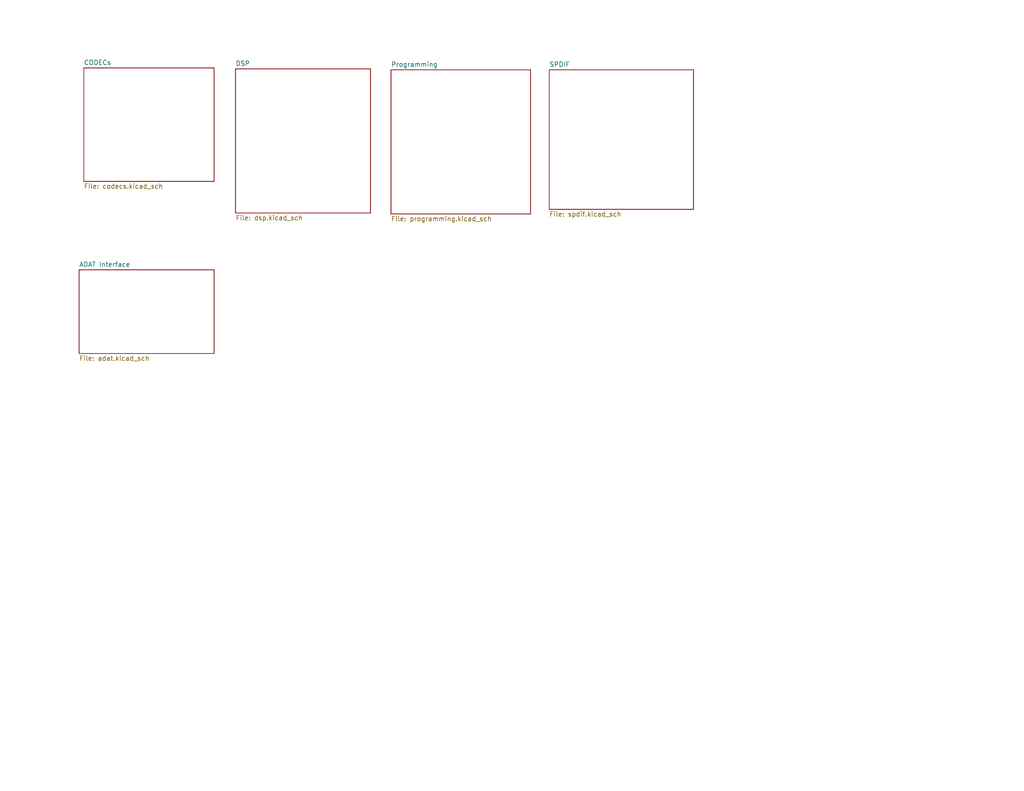
<source format=kicad_sch>
(kicad_sch (version 20211123) (generator eeschema)
  (paper "A")
  (lib_symbols)
  (sheet (at 149.86 19.05) (size 39.37 38.1) (stroke (width 0.1524))
    (property "Sheet name" "SPDIF" (at 149.86 18.3384 0) (effects (justify left bottom)))
    (property "Sheet file" "spdif.kicad_sch" (at 149.86 57.7346 0) (effects (justify left top)))
  )
  (sheet (at 64.262 18.796) (size 36.83 39.37) (stroke (width 0.1524))
    (property "Sheet name" "DSP" (at 64.262 18.0844 0) (effects (justify left bottom)))
    (property "Sheet file" "dsp.kicad_sch" (at 64.262 58.7506 0) (effects (justify left top)))
  )
  (sheet (at 21.59 73.66) (size 36.83 22.86) (stroke (width 0.1524))
    (property "Sheet name" "ADAT Interface" (at 21.59 72.9484 0) (effects (justify left bottom)))
    (property "Sheet file" "adat.kicad_sch" (at 21.59 97.1046 0) (effects (justify left top)))
  )
  (sheet (at 106.68 19.05) (size 38.1 39.37) (stroke (width 0.1524))
    (property "Sheet name" "Programming" (at 106.68 18.3384 0) (effects (justify left bottom)))
    (property "Sheet file" "programming.kicad_sch" (at 106.68 59.0046 0) (effects (justify left top)))
  )
  (sheet (at 22.86 18.542) (size 35.56 30.988) (stroke (width 0.1524))
    (property "Sheet name" "CODECs" (at 22.86 17.8304 0) (effects (justify left bottom)))
    (property "Sheet file" "codecs.kicad_sch" (at 22.86 50.1146 0) (effects (justify left top)))
  )
)
</source>
